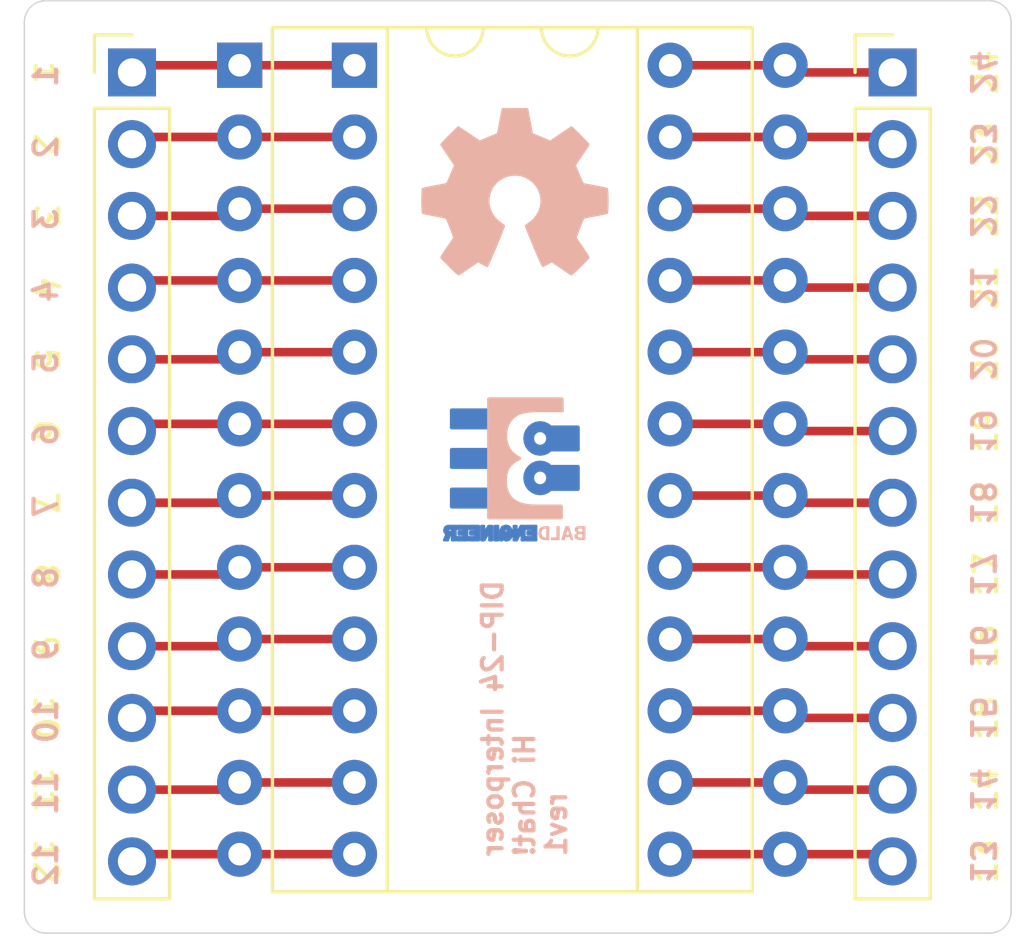
<source format=kicad_pcb>
(kicad_pcb (version 20221018) (generator pcbnew)
  (layers (0 "F.Cu" signal) (31 "B.Cu" signal) (34 "B.Paste" user) (35 "F.Paste" user) (36 "B.SilkS" user "B.Silkscreen") (37 "F.SilkS" user "F.Silkscreen") (38 "B.Mask" user) (39 "F.Mask" user) (44 "Edge.Cuts" user))
  (net 0 "")
  (net 1 "/Pin24")
  (net 2 "/Pin12")
  (net 3 "/Pin23")
  (net 4 "/Pin11")
  (net 5 "/Pin22")
  (net 6 "/Pin10")
  (net 7 "/Pin21")
  (net 8 "/Pin9")
  (net 9 "/Pin20")
  (net 10 "/Pin8")
  (net 11 "/Pin19")
  (net 12 "/Pin7")
  (net 13 "/Pin18")
  (net 14 "/Pin6")
  (net 15 "/Pin17")
  (net 16 "/Pin5")
  (net 17 "/Pin16")
  (net 18 "/Pin4")
  (net 19 "/Pin15")
  (net 20 "/Pin3")
  (net 21 "/Pin14")
  (net 22 "/Pin2")
  (net 23 "/Pin13")
  (net 24 "/Pin1")
  (footprint "Connector_PinHeader_2.54mm:PinHeader_1x12_P2.54mm_Vertical" (layer "F.Cu") (at 170.434 91.44)
    (fp_text reference "J4" hide)
    (fp_text value "Conn_01x12")
    (fp_line (start -1.33 -1.33) (end 0 -1.33) (stroke (width 0.12)) (layer "F.SilkS"))
    (fp_line (start -1.33 0) (end -1.33 -1.33) (stroke (width 0.12)) (layer "F.SilkS"))
    (fp_line (start -1.33 1.27) (end -1.33 29.27) (stroke (width 0.12)) (layer "F.SilkS"))
    (fp_line (start -1.33 1.27) (end 1.33 1.27) (stroke (width 0.12)) (layer "F.SilkS"))
    (fp_line (start -1.33 29.27) (end 1.33 29.27) (stroke (width 0.12)) (layer "F.SilkS"))
    (fp_line (start 1.33 1.27) (end 1.33 29.27) (stroke (width 0.12)) (layer "F.SilkS"))
    (pad "1" thru_hole rect (at 0 0) (size 1.7 1.7) (drill 1) (layers "*.Cu" "*.Mask") (net 1 "/Pin24"))
    (pad "2" thru_hole oval (at 0 2.54) (size 1.7 1.7) (drill 1) (layers "*.Cu" "*.Mask") (net 3 "/Pin23"))
    (pad "3" thru_hole oval (at 0 5.08) (size 1.7 1.7) (drill 1) (layers "*.Cu" "*.Mask") (net 5 "/Pin22"))
    (pad "4" thru_hole oval (at 0 7.62) (size 1.7 1.7) (drill 1) (layers "*.Cu" "*.Mask") (net 7 "/Pin21"))
    (pad "5" thru_hole oval (at 0 10.16) (size 1.7 1.7) (drill 1) (layers "*.Cu" "*.Mask") (net 9 "/Pin20"))
    (pad "6" thru_hole oval (at 0 12.7) (size 1.7 1.7) (drill 1) (layers "*.Cu" "*.Mask") (net 11 "/Pin19"))
    (pad "7" thru_hole oval (at 0 15.24) (size 1.7 1.7) (drill 1) (layers "*.Cu" "*.Mask") (net 13 "/Pin18"))
    (pad "8" thru_hole oval (at 0 17.78) (size 1.7 1.7) (drill 1) (layers "*.Cu" "*.Mask") (net 15 "/Pin17"))
    (pad "9" thru_hole oval (at 0 20.32) (size 1.7 1.7) (drill 1) (layers "*.Cu" "*.Mask") (net 17 "/Pin16"))
    (pad "10" thru_hole oval (at 0 22.86) (size 1.7 1.7) (drill 1) (layers "*.Cu" "*.Mask") (net 19 "/Pin15"))
    (pad "11" thru_hole oval (at 0 25.4) (size 1.7 1.7) (drill 1) (layers "*.Cu" "*.Mask") (net 21 "/Pin14"))
    (pad "12" thru_hole oval (at 0 27.94) (size 1.7 1.7) (drill 1) (layers "*.Cu" "*.Mask") (net 23 "/Pin13"))
  )
  (footprint "Connector_PinHeader_2.54mm:PinHeader_1x12_P2.54mm_Vertical" (layer "F.Cu") (at 143.51 91.44)
    (fp_text reference "J3" hide)
    (fp_text value "Conn_01x12")
    (fp_line (start -1.33 -1.33) (end 0 -1.33) (stroke (width 0.12)) (layer "F.SilkS"))
    (fp_line (start -1.33 0) (end -1.33 -1.33) (stroke (width 0.12)) (layer "F.SilkS"))
    (fp_line (start -1.33 1.27) (end -1.33 29.27) (stroke (width 0.12)) (layer "F.SilkS"))
    (fp_line (start -1.33 1.27) (end 1.33 1.27) (stroke (width 0.12)) (layer "F.SilkS"))
    (fp_line (start -1.33 29.27) (end 1.33 29.27) (stroke (width 0.12)) (layer "F.SilkS"))
    (fp_line (start 1.33 1.27) (end 1.33 29.27) (stroke (width 0.12)) (layer "F.SilkS"))
    (pad "1" thru_hole rect (at 0 0) (size 1.7 1.7) (drill 1) (layers "*.Cu" "*.Mask") (net 24 "/Pin1"))
    (pad "2" thru_hole oval (at 0 2.54) (size 1.7 1.7) (drill 1) (layers "*.Cu" "*.Mask") (net 22 "/Pin2"))
    (pad "3" thru_hole oval (at 0 5.08) (size 1.7 1.7) (drill 1) (layers "*.Cu" "*.Mask") (net 20 "/Pin3"))
    (pad "4" thru_hole oval (at 0 7.62) (size 1.7 1.7) (drill 1) (layers "*.Cu" "*.Mask") (net 18 "/Pin4"))
    (pad "5" thru_hole oval (at 0 10.16) (size 1.7 1.7) (drill 1) (layers "*.Cu" "*.Mask") (net 16 "/Pin5"))
    (pad "6" thru_hole oval (at 0 12.7) (size 1.7 1.7) (drill 1) (layers "*.Cu" "*.Mask") (net 14 "/Pin6"))
    (pad "7" thru_hole oval (at 0 15.24) (size 1.7 1.7) (drill 1) (layers "*.Cu" "*.Mask") (net 12 "/Pin7"))
    (pad "8" thru_hole oval (at 0 17.78) (size 1.7 1.7) (drill 1) (layers "*.Cu" "*.Mask") (net 10 "/Pin8"))
    (pad "9" thru_hole oval (at 0 20.32) (size 1.7 1.7) (drill 1) (layers "*.Cu" "*.Mask") (net 8 "/Pin9"))
    (pad "10" thru_hole oval (at 0 22.86) (size 1.7 1.7) (drill 1) (layers "*.Cu" "*.Mask") (net 6 "/Pin10"))
    (pad "11" thru_hole oval (at 0 25.4) (size 1.7 1.7) (drill 1) (layers "*.Cu" "*.Mask") (net 4 "/Pin11"))
    (pad "12" thru_hole oval (at 0 27.94) (size 1.7 1.7) (drill 1) (layers "*.Cu" "*.Mask") (net 2 "/Pin12"))
  )
  (footprint "Package_DIP:DIP-24_W15.24mm" (layer "F.Cu") (at 151.384 91.186)
    (fp_text reference "J2" hide)
    (fp_text value "ROM-Socket")
    (fp_line (start 1.16 -1.33) (end 1.16 29.27) (stroke (width 0.12)) (layer "F.SilkS"))
    (fp_line (start 1.16 29.27) (end 14.08 29.27) (stroke (width 0.12)) (layer "F.SilkS"))
    (fp_line (start 6.62 -1.33) (end 1.16 -1.33) (stroke (width 0.12)) (layer "F.SilkS"))
    (fp_line (start 14.08 -1.33) (end 8.62 -1.33) (stroke (width 0.12)) (layer "F.SilkS"))
    (fp_line (start 14.08 29.27) (end 14.08 -1.33) (stroke (width 0.12)) (layer "F.SilkS"))
    (fp_arc (start 8.62 -1.33) (mid 7.62 -0.33) (end 6.62 -1.33) (stroke (width 0.12)) (layer "F.SilkS"))
    (pad "1" thru_hole rect locked (at 0 0) (size 1.6 1.6) (drill 0.8) (layers "*.Cu" "*.Mask") (net 24 "/Pin1"))
    (pad "2" thru_hole oval locked (at 0 2.54) (size 1.6 1.6) (drill 0.8) (layers "*.Cu" "*.Mask") (net 22 "/Pin2"))
    (pad "3" thru_hole oval locked (at 0 5.08) (size 1.6 1.6) (drill 0.8) (layers "*.Cu" "*.Mask") (net 20 "/Pin3"))
    (pad "4" thru_hole oval locked (at 0 7.62) (size 1.6 1.6) (drill 0.8) (layers "*.Cu" "*.Mask") (net 18 "/Pin4"))
    (pad "5" thru_hole oval locked (at 0 10.16) (size 1.6 1.6) (drill 0.8) (layers "*.Cu" "*.Mask") (net 16 "/Pin5"))
    (pad "6" thru_hole oval locked (at 0 12.7) (size 1.6 1.6) (drill 0.8) (layers "*.Cu" "*.Mask") (net 14 "/Pin6"))
    (pad "7" thru_hole oval locked (at 0 15.24) (size 1.6 1.6) (drill 0.8) (layers "*.Cu" "*.Mask") (net 12 "/Pin7"))
    (pad "8" thru_hole oval locked (at 0 17.78) (size 1.6 1.6) (drill 0.8) (layers "*.Cu" "*.Mask") (net 10 "/Pin8"))
    (pad "9" thru_hole oval locked (at 0 20.32) (size 1.6 1.6) (drill 0.8) (layers "*.Cu" "*.Mask") (net 8 "/Pin9"))
    (pad "10" thru_hole oval locked (at 0 22.86) (size 1.6 1.6) (drill 0.8) (layers "*.Cu" "*.Mask") (net 6 "/Pin10"))
    (pad "11" thru_hole oval locked (at 0 25.4) (size 1.6 1.6) (drill 0.8) (layers "*.Cu" "*.Mask") (net 4 "/Pin11"))
    (pad "12" thru_hole oval locked (at 0 27.94) (size 1.6 1.6) (drill 0.8) (layers "*.Cu" "*.Mask") (net 2 "/Pin12"))
    (pad "13" thru_hole oval locked (at 15.24 27.94) (size 1.6 1.6) (drill 0.8) (layers "*.Cu" "*.Mask") (net 23 "/Pin13"))
    (pad "14" thru_hole oval locked (at 15.24 25.4) (size 1.6 1.6) (drill 0.8) (layers "*.Cu" "*.Mask") (net 21 "/Pin14"))
    (pad "15" thru_hole oval locked (at 15.24 22.86) (size 1.6 1.6) (drill 0.8) (layers "*.Cu" "*.Mask") (net 19 "/Pin15"))
    (pad "16" thru_hole oval locked (at 15.24 20.32) (size 1.6 1.6) (drill 0.8) (layers "*.Cu" "*.Mask") (net 17 "/Pin16"))
    (pad "17" thru_hole oval locked (at 15.24 17.78) (size 1.6 1.6) (drill 0.8) (layers "*.Cu" "*.Mask") (net 15 "/Pin17"))
    (pad "18" thru_hole oval locked (at 15.24 15.24) (size 1.6 1.6) (drill 0.8) (layers "*.Cu" "*.Mask") (net 13 "/Pin18"))
    (pad "19" thru_hole oval locked (at 15.24 12.7) (size 1.6 1.6) (drill 0.8) (layers "*.Cu" "*.Mask") (net 11 "/Pin19"))
    (pad "20" thru_hole oval locked (at 15.24 10.16) (size 1.6 1.6) (drill 0.8) (layers "*.Cu" "*.Mask") (net 9 "/Pin20"))
    (pad "21" thru_hole oval locked (at 15.24 7.62) (size 1.6 1.6) (drill 0.8) (layers "*.Cu" "*.Mask") (net 7 "/Pin21"))
    (pad "22" thru_hole oval locked (at 15.24 5.08) (size 1.6 1.6) (drill 0.8) (layers "*.Cu" "*.Mask") (net 5 "/Pin22"))
    (pad "23" thru_hole oval locked (at 15.24 2.54) (size 1.6 1.6) (drill 0.8) (layers "*.Cu" "*.Mask") (net 3 "/Pin23"))
    (pad "24" thru_hole oval locked (at 15.24 0) (size 1.6 1.6) (drill 0.8) (layers "*.Cu" "*.Mask") (net 1 "/Pin24"))
  )
  (footprint "Package_DIP:DIP-24_W15.24mm" (layer "F.Cu") (at 147.32 91.186)
    (fp_text reference "J1" hide)
    (fp_text value "IIe-Socket")
    (fp_line (start 1.16 -1.33) (end 1.16 29.27) (stroke (width 0.12)) (layer "F.SilkS"))
    (fp_line (start 1.16 29.27) (end 14.08 29.27) (stroke (width 0.12)) (layer "F.SilkS"))
    (fp_line (start 6.62 -1.33) (end 1.16 -1.33) (stroke (width 0.12)) (layer "F.SilkS"))
    (fp_line (start 14.08 -1.33) (end 8.62 -1.33) (stroke (width 0.12)) (layer "F.SilkS"))
    (fp_line (start 14.08 29.27) (end 14.08 -1.33) (stroke (width 0.12)) (layer "F.SilkS"))
    (fp_arc (start 8.62 -1.33) (mid 7.62 -0.33) (end 6.62 -1.33) (stroke (width 0.12)) (layer "F.SilkS"))
    (pad "1" thru_hole rect (at 0 0) (size 1.6 1.6) (drill 0.8) (layers "*.Cu" "*.Mask") (net 24 "/Pin1"))
    (pad "2" thru_hole oval (at 0 2.54) (size 1.6 1.6) (drill 0.8) (layers "*.Cu" "*.Mask") (net 22 "/Pin2"))
    (pad "3" thru_hole oval (at 0 5.08) (size 1.6 1.6) (drill 0.8) (layers "*.Cu" "*.Mask") (net 20 "/Pin3"))
    (pad "4" thru_hole oval (at 0 7.62) (size 1.6 1.6) (drill 0.8) (layers "*.Cu" "*.Mask") (net 18 "/Pin4"))
    (pad "5" thru_hole oval (at 0 10.16) (size 1.6 1.6) (drill 0.8) (layers "*.Cu" "*.Mask") (net 16 "/Pin5"))
    (pad "6" thru_hole oval (at 0 12.7) (size 1.6 1.6) (drill 0.8) (layers "*.Cu" "*.Mask") (net 14 "/Pin6"))
    (pad "7" thru_hole oval (at 0 15.24) (size 1.6 1.6) (drill 0.8) (layers "*.Cu" "*.Mask") (net 12 "/Pin7"))
    (pad "8" thru_hole oval (at 0 17.78) (size 1.6 1.6) (drill 0.8) (layers "*.Cu" "*.Mask") (net 10 "/Pin8"))
    (pad "9" thru_hole oval (at 0 20.32) (size 1.6 1.6) (drill 0.8) (layers "*.Cu" "*.Mask") (net 8 "/Pin9"))
    (pad "10" thru_hole oval (at 0 22.86) (size 1.6 1.6) (drill 0.8) (layers "*.Cu" "*.Mask") (net 6 "/Pin10"))
    (pad "11" thru_hole oval (at 0 25.4) (size 1.6 1.6) (drill 0.8) (layers "*.Cu" "*.Mask") (net 4 "/Pin11"))
    (pad "12" thru_hole oval (at 0 27.94) (size 1.6 1.6) (drill 0.8) (layers "*.Cu" "*.Mask") (net 2 "/Pin12"))
    (pad "13" thru_hole oval (at 15.24 27.94) (size 1.6 1.6) (drill 0.8) (layers "*.Cu" "*.Mask") (net 23 "/Pin13"))
    (pad "14" thru_hole oval (at 15.24 25.4) (size 1.6 1.6) (drill 0.8) (layers "*.Cu" "*.Mask") (net 21 "/Pin14"))
    (pad "15" thru_hole oval (at 15.24 22.86) (size 1.6 1.6) (drill 0.8) (layers "*.Cu" "*.Mask") (net 19 "/Pin15"))
    (pad "16" thru_hole oval (at 15.24 20.32) (size 1.6 1.6) (drill 0.8) (layers "*.Cu" "*.Mask") (net 17 "/Pin16"))
    (pad "17" thru_hole oval (at 15.24 17.78) (size 1.6 1.6) (drill 0.8) (layers "*.Cu" "*.Mask") (net 15 "/Pin17"))
    (pad "18" thru_hole oval (at 15.24 15.24) (size 1.6 1.6) (drill 0.8) (layers "*.Cu" "*.Mask") (net 13 "/Pin18"))
    (pad "19" thru_hole oval (at 15.24 12.7) (size 1.6 1.6) (drill 0.8) (layers "*.Cu" "*.Mask") (net 11 "/Pin19"))
    (pad "20" thru_hole oval (at 15.24 10.16) (size 1.6 1.6) (drill 0.8) (layers "*.Cu" "*.Mask") (net 9 "/Pin20"))
    (pad "21" thru_hole oval (at 15.24 7.62) (size 1.6 1.6) (drill 0.8) (layers "*.Cu" "*.Mask") (net 7 "/Pin21"))
    (pad "22" thru_hole oval (at 15.24 5.08) (size 1.6 1.6) (drill 0.8) (layers "*.Cu" "*.Mask") (net 5 "/Pin22"))
    (pad "23" thru_hole oval (at 15.24 2.54) (size 1.6 1.6) (drill 0.8) (layers "*.Cu" "*.Mask") (net 3 "/Pin23"))
    (pad "24" thru_hole oval (at 15.24 0) (size 1.6 1.6) (drill 0.8) (layers "*.Cu" "*.Mask") (net 1 "/Pin24"))
  )
  (footprint "My Libraries:BE5v2" (layer "B.Cu") (at 159.561476 103.011024 180)
    (fp_text reference "svg2mod" hide)
    (fp_text value "G***" hide)
    (fp_poly (pts (xy 3.21125 -4.495235) (xy 3.21125 -4.993561) (xy 3.09875 -4.993561) (xy 3.09875 -4.495235) (xy 3.21125 -4.495235)) (stroke (width 0.095901)) (fill solid) (layer "B.Cu"))
    (fp_poly (pts (xy 3.415 -3.19727) (xy 4.7325 -3.19727) (xy 4.7325 -3.80891) (xy 3.415 -3.80891) (xy 3.415 -3.19727)) (stroke (width 0.134262)) (fill solid) (layer "B.Cu"))
    (fp_poly (pts (xy 3.415 -1.793716) (xy 4.7325 -1.793716) (xy 4.7325 -2.405357) (xy 3.415 -2.405357) (xy 3.415 -1.793716)) (stroke (width 0.134262)) (fill solid) (layer "B.Cu"))
    (fp_poly (pts (xy 3.415 -0.394025) (xy 4.7325 -0.394025) (xy 4.7325 -1.005666) (xy 3.415 -1.005666) (xy 3.415 -0.394025)) (stroke (width 0.134262)) (fill solid) (layer "B.Cu"))
    (fp_poly (pts (xy 2.095 -4.589235) (xy 1.865 -4.589235) (xy 1.865 -4.69096) (xy 2.04625 -4.69096) (xy 2.04625 -4.78496) (xy 1.865 -4.78496) (xy 1.865 -4.893123) (xy 2.095 -4.893123) (xy 2.095 -4.992274) (xy 1.75 -4.992274) (xy 1.75 -4.493948) (xy 2.095 -4.493948) (xy 2.095 -4.589235)) (stroke (width 0.095901)) (fill solid) (layer "B.Cu"))
    (fp_poly (pts (xy 4.12375 -4.589235) (xy 3.89375 -4.589235) (xy 3.89375 -4.69096) (xy 4.075 -4.69096) (xy 4.075 -4.78496) (xy 3.89375 -4.78496) (xy 3.89375 -4.893123) (xy 4.12375 -4.893123) (xy 4.12375 -4.992274) (xy 3.77875 -4.992274) (xy 3.77875 -4.493948) (xy 4.12375 -4.493948) (xy 4.12375 -4.589235)) (stroke (width 0.095901)) (fill solid) (layer "B.Cu"))
    (fp_poly (pts (xy 4.5375 -4.589235) (xy 4.3075 -4.589235) (xy 4.3075 -4.69096) (xy 4.4875 -4.69096) (xy 4.4875 -4.78496) (xy 4.30625 -4.78496) (xy 4.30625 -4.893123) (xy 4.5375 -4.893123) (xy 4.5375 -4.992274) (xy 4.1925 -4.992274) (xy 4.1925 -4.493948) (xy 4.5375 -4.493948) (xy 4.5375 -4.589235)) (stroke (width 0.095901)) (fill solid) (layer "B.Cu"))
    (fp_poly (pts (xy 2.535 -4.495235) (xy 2.535 -4.993561) (xy 2.43875 -4.993561) (xy 2.25 -4.656193) (xy 2.251243 -4.672933) (xy 2.252487 -4.694823) (xy 2.252487 -4.993561) (xy 2.163737 -4.993561) (xy 2.163737 -4.495235) (xy 2.286237 -4.495235) (xy 2.451237 -4.788823) (xy 2.448737 -4.755343) (xy 2.448737 -4.495235) (xy 2.535 -4.495235)) (stroke (width 0.095901)) (fill solid) (layer "B.Cu"))
    (fp_poly (pts (xy 3.68125 -4.495235) (xy 3.68125 -4.993561) (xy 3.585 -4.993561) (xy 3.39625 -4.657481) (xy 3.397493 -4.674221) (xy 3.398737 -4.696111) (xy 3.398737 -4.994849) (xy 3.309987 -4.994849) (xy 3.309987 -4.496523) (xy 3.432487 -4.496523) (xy 3.597487 -4.79011) (xy 3.594987 -4.756631) (xy 3.594987 -4.496523) (xy 3.681237 -4.496523) (xy 3.68125 -4.495235)) (stroke (width 0.095901)) (fill solid) (layer "B.Cu"))
    (fp_poly (pts (xy 4.71875 -4.795261) (xy 4.71875 -4.711563) (xy 4.78875 -4.711563) (xy 4.83875 -4.706413) (xy 4.86625 -4.684522) (xy 4.87875 -4.645892) (xy 4.86625 -4.60855) (xy 4.84 -4.587948) (xy 4.78625 -4.584085) (xy 4.71875 -4.584084) (xy 4.71875 -4.711563) (xy 4.71875 -4.795261) (xy 4.71875 -4.992274) (xy 4.605 -4.992274) (xy 4.605 -4.493948) (xy 4.8175 -4.493948) (xy 4.9125 -4.508112) (xy 4.97125 -4.559618) (xy 4.995 -4.643317) (xy 4.974219 -4.720255) (xy 4.91125 -4.772083) (xy 5 -4.992274) (xy 4.875 -4.992274) (xy 4.80125 -4.795261) (xy 4.71875 -4.795261)) (stroke (width 0.095901)) (fill solid) (layer "B.Cu"))
    (fp_poly (pts (xy 3.01 -4.727015) (xy 3.01 -4.993561) (xy 2.95875 -4.993561) (xy 2.9425 -4.935616) (xy 2.81 -5) (xy 2.725937 -4.982616) (xy 2.6625 -4.930466) (xy 2.623125 -4.85047) (xy 2.61 -4.750193) (xy 2.624062 -4.642673) (xy 2.66625 -4.558331) (xy 2.732656 -4.50441) (xy 2.81875 -4.486222) (xy 2.94875 -4.532577) (xy 3.00875 -4.657481) (xy 2.90125 -4.671645) (xy 2.8175 -4.581509) (xy 2.7475 -4.624002) (xy 2.72375 -4.74633) (xy 2.74875 -4.863507) (xy 2.82125 -4.903425) (xy 2.875 -4.882822) (xy 2.89875 -4.817151) (xy 2.8075 -4.817151) (xy 2.8075 -4.724439) (xy 3.01 -4.724439) (xy 3.01 -4.727015)) (stroke (width 0.095901)) (fill solid) (layer "B.Cu"))
    (fp_poly (pts (xy 1.605 -2.241823) (xy 1.343613 -2.674961) (xy 1.404531 -2.582088) (xy 1.494746 -2.519637) (xy 1.605 -2.496781) (xy 1.715781 -2.519818) (xy 1.805937 -2.582571) (xy 1.866562 -2.675505) (xy 1.88875 -2.78908) (xy 1.866562 -2.903401) (xy 1.805937 -2.996716) (xy 1.715781 -3.059611) (xy 1.605 -3.082668) (xy 1.494219 -3.059611) (xy 1.404062 -2.996716) (xy 1.343437 -2.903401) (xy 1.32125 -2.78908) (xy 1.343613 -2.674961) (xy 1.605 -2.241823) (xy 1.466898 -2.260661) (xy 1.342685 -2.313551) (xy 1.23625 -2.395055) (xy 0.26875 -2.395055) (xy 0.26875 -3.183106) (xy 1.23625 -3.183106) (xy 1.34213 -3.265182) (xy 1.46662 -3.317786) (xy 1.605 -3.336338) (xy 1.746348 -3.316814) (xy 1.873287 -3.261701) (xy 1.980781 -3.176185) (xy 2.063796 -3.065451) (xy 2.117297 -2.934688) (xy 2.13625 -2.78908) (xy 2.117297 -2.643473) (xy 2.063796 -2.51271) (xy 1.980781 -2.401976) (xy 1.873287 -2.31646) (xy 1.746348 -2.261347) (xy 1.605 -2.241823)) (stroke (width 0.134262)) (fill solid) (layer "B.Cu"))
    (fp_poly (pts (xy 1.605 -0.844708) (xy 1.343613 -1.277644) (xy 1.404531 -1.184329) (xy 1.494746 -1.121435) (xy 1.605 -1.098377) (xy 1.715781 -1.121435) (xy 1.805937 -1.184329) (xy 1.866562 -1.277644) (xy 1.88875 -1.391965) (xy 1.866562 -1.505541) (xy 1.805937 -1.598474) (xy 1.715781 -1.661228) (xy 1.605 -1.684265) (xy 1.494219 -1.661228) (xy 1.404062 -1.598474) (xy 1.343437 -1.505541) (xy 1.32125 -1.391965) (xy 1.343613 -1.277644) (xy 1.605 -0.844708) (xy 1.466898 -0.863546) (xy 1.342685 -0.916435) (xy 1.23625 -0.99794) (xy 0.26875 -0.99794) (xy 0.26875 -1.78599) (xy 1.23625 -1.78599) (xy 1.34213 -1.868067) (xy 1.46662 -1.92067) (xy 1.605 -1.939222) (xy 1.746348 -1.919699) (xy 1.873287 -1.864585) (xy 1.980781 -1.779069) (xy 2.063796 -1.668336) (xy 2.117297 -1.537572) (xy 2.13625 -1.391965) (xy 2.117297 -1.246358) (xy 2.063796 -1.115594) (xy 1.980781 -1.004861) (xy 1.873287 -0.919344) (xy 1.746348 -0.864231) (xy 1.605 -0.844708)) (stroke (width 0.134262)) (fill solid) (layer "B.Cu"))
    (fp_poly (pts (xy 1.02875 -4.894412) (xy 1.22125 -4.894412) (xy 1.22125 -4.993562) (xy 0.91375 -4.993562) (xy 0.91375 -4.495236) (xy 1.02875 -4.495236) (xy 1.02875 -4.894412)) (fill solid) (layer "B.SilkS"))
    (fp_poly (pts (xy 0.71 -4.495236) (xy 0.68375 -4.799125) (xy 0.6325 -4.624003) (xy 0.58125 -4.799125) (xy 0.68375 -4.799125) (xy 0.71 -4.495236) (xy 0.86125 -4.993562) (xy 0.74 -4.993562) (xy 0.71 -4.890549) (xy 0.55375 -4.890549) (xy 0.52375 -4.993562) (xy 0.425 -4.993562) (xy 0.58 -4.495236) (xy 0.71 -4.495236)) (fill solid) (layer "B.SilkS"))
    (fp_poly (pts (xy 1.27875 -4.495236) (xy 1.39 -4.58666) (xy 1.39 -4.899563) (xy 1.43625 -4.899563) (xy 1.52875 -4.851919) (xy 1.55875 -4.739893) (xy 1.54125 -4.656194) (xy 1.49875 -4.602112) (xy 1.4375 -4.58666) (xy 1.39 -4.58666) (xy 1.27875 -4.495236) (xy 1.42625 -4.495236) (xy 1.56125 -4.52099) (xy 1.64 -4.602112) (xy 1.675 -4.742468) (xy 1.659844 -4.840652) (xy 1.61375 -4.921453) (xy 1.540625 -4.975374) (xy 1.445 -4.993562) (xy 1.27875 -4.993562) (xy 1.27875 -4.495236)) (fill solid) (layer "B.SilkS"))
    (fp_poly (pts (xy 0 -4.495236) (xy 0.1125 -4.582797) (xy 0.1125 -4.692249) (xy 0.19875 -4.692249) (xy 0.25875 -4.672934) (xy 0.27125 -4.635592) (xy 0.26125 -4.6034) (xy 0.23875 -4.58666) (xy 0.19125 -4.582797) (xy 0.1125 -4.582797) (xy 0 -4.495236) (xy 0.1125 -4.781098) (xy 0.1125 -4.900851) (xy 0.2 -4.900851) (xy 0.2625 -4.885399) (xy 0.28125 -4.84033) (xy 0.26375 -4.799125) (xy 0.205 -4.781098) (xy 0.1125 -4.781098) (xy 0 -4.495236) (xy 0.225 -4.495236) (xy 0.31625 -4.510688) (xy 0.36625 -4.554469) (xy 0.38625 -4.624003) (xy 0.364531 -4.692893) (xy 0.29875 -4.734742) (xy 0.37375 -4.781098) (xy 0.39875 -4.85707) (xy 0.3575 -4.953645) (xy 0.22375 -4.99485) (xy 0 -4.99485) (xy 0 -4.495236)) (fill solid) (layer "B.SilkS"))
    (fp_poly (pts (xy 2.57875 -3.573269) (xy 2.480422 -3.642272) (xy 2.365463 -3.698649) (xy 2.233906 -3.742436) (xy 2.085787 -3.773667) (xy 1.92114 -3.79238) (xy 1.74 -3.79861) (xy 0.8675 -3.79861) (xy 0.8675 -4.192635) (xy 3.415 -4.192635) (xy 3.415 0) (xy 0.8375 0) (xy 0.8375 -0.394025) (xy 1.61875 -0.394025) (xy 1.772285 -0.39642) (xy 1.910468 -0.403522) (xy 2.033418 -0.415211) (xy 2.14125 -0.431368) (xy 2.267176 -0.460936) (xy 2.375324 -0.50052) (xy 2.46625 -0.549833) (xy 2.577916 -0.636154) (xy 2.670416 -0.738213) (xy 2.74375 -0.856297) (xy 2.796713 -0.986828) (xy 2.828287 -1.128805) (xy 2.83875 -1.282514) (xy 2.831269 -1.419348) (xy 2.808906 -1.54568) (xy 2.771777 -1.661147) (xy 2.72 -1.765388) (xy 2.652285 -1.860755) (xy 2.567343 -1.947914) (xy 2.465293 -2.026864) (xy 2.34625 -2.097605) (xy 2.46625 -2.158246) (xy 2.569375 -2.228303) (xy 2.655625 -2.308018) (xy 2.725 -2.397631) (xy 2.778418 -2.498109) (xy 2.816718 -2.610418) (xy 2.839785 -2.734798) (xy 2.8475 -2.871492) (xy 2.840526 -3.023001) (xy 2.818379 -3.160739) (xy 2.781093 -3.284671) (xy 2.728703 -3.39476) (xy 2.661244 -3.490971) (xy 2.57875 -3.573269)) (stroke (width 0.134262)) (fill solid) (layer "B.SilkS"))
  )
  (footprint "Symbol:OSHW-Symbol_6.7x6mm_SilkScreen" (layer "B.Cu") (at 157.0736 95.6818 180)
    (fp_text reference "REF**" hide)
    (fp_text value "OSHW-Symbol_6.7x6mm_SilkScreen" hide)
    (fp_poly (pts (xy 0.555814 2.531069) (xy 0.639635 2.086445) (xy 0.94892 1.958947) (xy 1.258206 1.831449) (xy 1.629246 2.083754) (xy 1.733157 2.154004) (xy 1.827087 2.216728) (xy 1.906652 2.269062) (xy 1.96747 2.308143) (xy 2.005157 2.331107) (xy 2.015421 2.336058) (xy 2.03391 2.323324) (xy 2.07342 2.288118) (xy 2.129522 2.234938) (xy 2.197787 2.168282) (xy 2.273786 2.092646) (xy 2.353092 2.012528) (xy 2.431275 1.932426) (xy 2.503907 1.856836) (xy 2.566559 1.790255) (xy 2.614803 1.737182) (xy 2.64421 1.702113) (xy 2.651241 1.690377) (xy 2.641123 1.66874) (xy 2.612759 1.621338) (xy 2.569129 1.552807) (xy 2.513218 1.467785) (xy 2.448006 1.370907) (xy 2.410219 1.31565) (xy 2.341343 1.214752) (xy 2.28014 1.123701) (xy 2.229578 1.04703) (xy 2.192628 0.989272) (xy 2.172258 0.954957) (xy 2.169197 0.947746) (xy 2.176136 0.927252) (xy 2.195051 0.879487) (xy 2.223087 0.811168) (xy 2.257391 0.729011) (xy 2.295109 0.63973) (xy 2.333387 0.550042) (xy 2.36937 0.466662) (xy 2.400206 0.396306) (xy 2.423039 0.34569) (xy 2.435017 0.321529) (xy 2.435724 0.320578) (xy 2.454531 0.315964) (xy 2.504618 0.305672) (xy 2.580793 0.290713) (xy 2.677865 0.272099) (xy 2.790643 0.250841) (xy 2.856442 0.238582) (xy 2.97695 0.215638) (xy 3.085797 0.193805) (xy 3.177476 0.174278) (xy 3.246481 0.158252) (xy 3.287304 0.146921) (xy 3.295511 0.143326) (xy 3.303548 0.118994) (xy 3.310033 0.064041) (xy 3.31497 -0.015108) (xy 3.318364 -0.112026) (xy 3.320218 -0.220287) (xy 3.320538 -0.333465) (xy 3.319327 -0.445135) (xy 3.31659 -0.548868) (xy 3.312331 -0.638241) (xy 3.306555 -0.706826) (xy 3.299267 -0.748197) (xy 3.294895 -0.75681) (xy 3.268764 -0.767133) (xy 3.213393 -0.781892) (xy 3.136107 -0.799352) (xy 3.04423 -0.81778) (xy 3.012158 -0.823741) (xy 2.857524 -0.852066) (xy 2.735375 -0.874876) (xy 2.641673 -0.89308) (xy 2.572384 -0.907583) (xy 2.523471 -0.919292) (xy 2.490897 -0.929115) (xy 2.470628 -0.937956) (xy 2.458626 -0.946724) (xy 2.456947 -0.948457) (xy 2.440184 -0.976371) (xy 2.414614 -1.030695) (xy 2.382788 -1.104777) (xy 2.34726 -1.191965) (xy 2.310583 -1.285608) (xy 2.275311 -1.379052) (xy 2.243996 -1.465647) (xy 2.219193 -1.53874) (xy 2.203454 -1.591678) (xy 2.199332 -1.617811) (xy 2.199676 -1.618726) (xy 2.213641 -1.640086) (xy 2.245322 -1.687084) (xy 2.291391 -1.754827) (xy 2.348518 -1.838423) (xy 2.413373 -1.932982) (xy 2.431843 -1.959854) (xy 2.497699 -2.057275) (xy 2.55565 -2.146163) (xy 2.602538 -2.221412) (xy 2.635207 -2.27792) (xy 2.6505 -2.310581) (xy 2.651241 -2.314593) (xy 2.638392 -2.335684) (xy 2.602888 -2.377464) (xy 2.549293 -2.435445) (xy 2.482171 -2.505135) (xy 2.406087 -2.582045) (xy 2.325604 -2.661683) (xy 2.245287 -2.739561) (xy 2.169699 -2.811186) (xy 2.103405 -2.87207) (xy 2.050969 -2.917721) (xy 2.016955 -2.94365) (xy 2.007545 -2.947883) (xy 1.985643 -2.937912) (xy 1.9408 -2.91102) (xy 1.880321 -2.871736) (xy 1.833789 -2.840117) (xy 1.749475 -2.782098) (xy 1.649626 -2.713784) (xy 1.549473 -2.645579) (xy 1.495627 -2.609075) (xy 1.313371 -2.4858) (xy 1.160381 -2.56852) (xy 1.090682 -2.604759) (xy 1.031414 -2.632926) (xy 0.991311 -2.648991) (xy 0.981103 -2.651226) (xy 0.968829 -2.634722) (xy 0.944613 -2.588082) (xy 0.910263 -2.515609) (xy 0.867588 -2.421606) (xy 0.818394 -2.310374) (xy 0.76449 -2.186215) (xy 0.707684 -2.053432) (xy 0.649782 -1.916327) (xy 0.592593 -1.779202) (xy 0.537924 -1.646358) (xy 0.487584 -1.522098) (xy 0.44338 -1.410725) (xy 0.407119 -1.316539) (xy 0.380609 -1.243844) (xy 0.365658 -1.196941) (xy 0.363254 -1.180833) (xy 0.382311 -1.160286) (xy 0.424036 -1.126933) (xy 0.479706 -1.087702) (xy 0.484378 -1.084599) (xy 0.628264 -0.969423) (xy 0.744283 -0.835053) (xy 0.83143 -0.685784) (xy 0.888699 -0.525913) (xy 0.915086 -0.359737) (xy 0.909585 -0.191552) (xy 0.87119 -0.025655) (xy 0.798895 0.133658) (xy 0.777626 0.168513) (xy 0.666996 0.309263) (xy 0.536302 0.422286) (xy 0.390064 0.506997) (xy 0.232808 0.562806) (xy 0.069057 0.589126) (xy -0.096667 0.58537) (xy -0.259838 0.55095) (xy -0.415935 0.485277) (xy -0.560433 0.387765) (xy -0.605131 0.348187) (xy -0.718888 0.224297) (xy -0.801782 0.093876) (xy -0.858644 -0.052315) (xy -0.890313 -0.197088) (xy -0.898131 -0.35986) (xy -0.872062 -0.52344) (xy -0.814755 -0.682298) (xy -0.728856 -0.830906) (xy -0.617014 -0.963735) (xy -0.481877 -1.075256) (xy -0.464117 -1.087011) (xy -0.40785 -1.125508) (xy -0.365077 -1.158863) (xy -0.344628 -1.18016) (xy -0.344331 -1.180833) (xy -0.348721 -1.203871) (xy -0.366124 -1.256157) (xy -0.394732 -1.33339) (xy -0.432735 -1.431268) (xy -0.478326 -1.545491) (xy -0.529697 -1.671758) (xy -0.585038 -1.805767) (xy -0.642542 -1.943218) (xy -0.700399 -2.079808) (xy -0.756802 -2.211237) (xy -0.809942 -2.333205) (xy -0.85801 -2.441409) (xy -0.899199 -2.531549) (xy -0.931699 -2.599323) (xy -0.953703 -2.64043) (xy -0.962564 -2.651226) (xy -0.98964 -2.642819) (xy -1.040303 -2.620272) (xy -1.105817 -2.587613) (xy -1.141841 -2.56852) (xy -1.294832 -2.4858) (xy -1.477088 -2.609075) (xy -1.570125 -2.672228) (xy -1.671985 -2.741727) (xy -1.767438 -2.807165) (xy -1.81525 -2.840117) (xy -1.882495 -2.885273) (xy -1.939436 -2.921057) (xy -1.978646 -2.942938) (xy -1.991381 -2.947563) (xy -2.009917 -2.935085) (xy -2.050941 -2.900252) (xy -2.110475 -2.846678) (xy -2.184542 -2.777983) (xy -2.269165 -2.697781) (xy -2.322685 -2.646286) (xy -2.416319 -2.554286) (xy -2.497241 -2.471999) (xy -2.562177 -2.402945) (xy -2.607858 -2.350644) (xy -2.631011 -2.318616) (xy -2.633232 -2.312116) (xy -2.622924 -2.287394) (xy -2.594439 -2.237405) (xy -2.550937 -2.167212) (xy -2.495577 -2.081875) (xy -2.43152 -1.986456) (xy -2.413303 -1.959854) (xy -2.346927 -1.863167) (xy -2.287378 -1.776117) (xy -2.237984 -1.703595) (xy -2.202075 -1.650493) (xy -2.182981 -1.621703) (xy -2.181136 -1.618726) (xy -2.183895 -1.595782) (xy -2.198538 -1.545336) (xy -2.222513 -1.474041) (xy -2.253266 -1.388547) (xy -2.288244 -1.295507) (xy -2.324893 -1.201574) (xy -2.360661 -1.113399) (xy -2.392994 -1.037634) (xy -2.419338 -0.980931) (xy -2.437142 -0.949943) (xy -2.438407 -0.948457) (xy -2.449294 -0.939601) (xy -2.467682 -0.930843) (xy -2.497606 -0.921277) (xy -2.543103 -0.909996) (xy -2.608209 -0.896093) (xy -2.696961 -0.878663) (xy -2.813393 -0.856798) (xy -2.961542 -0.829591) (xy -2.993618 -0.823741) (xy -3.088686 -0.805374) (xy -3.171565 -0.787405) (xy -3.23493 -0.771569) (xy -3.271458 -0.7596) (xy -3.276356 -0.75681) (xy -3.284427 -0.732072) (xy -3.290987 -0.67679) (xy -3.296033 -0.597389) (xy -3.299559 -0.500296) (xy -3.301561 -0.391938) (xy -3.302036 -0.27874) (xy -3.300977 -0.167128) (xy -3.298382 -0.063529) (xy -3.294246 0.025632) (xy -3.288563 0.093928) (xy -3.281331 0.134934) (xy -3.276971 0.143326) (xy -3.252698 0.151792) (xy -3.197426 0.165565) (xy -3.116662 0.18345) (xy -3.015912 0.204252) (xy -2.900683 0.226777) (xy -2.837902 0.238582) (xy -2.718787 0.260849) (xy -2.612565 0.281021) (xy -2.524427 0.298085) (xy -2.459566 0.311031) (xy -2.423174 0.318845) (xy -2.417184 0.320578) (xy -2.407061 0.34011) (xy -2.385662 0.387157) (xy -2.355839 0.454997) (xy -2.320445 0.536909) (xy -2.282332 0.626172) (xy -2.244353 0.716065) (xy -2.20936 0.799865) (xy -2.180206 0.870853) (xy -2.159743 0.922306) (xy -2.150823 0.947503) (xy -2.150657 0.948604) (xy -2.160769 0.968481) (xy -2.189117 1.014223) (xy -2.232723 1.081283) (xy -2.288606 1.165116) (xy -2.353787 1.261174) (xy -2.391679 1.31635) (xy -2.460725 1.417519) (xy -2.52205 1.50937) (xy -2.572663 1.587256) (xy -2.609571 1.646531) (xy -2.629782 1.682549) (xy -2.632701 1.690623) (xy -2.620153 1.709416) (xy -2.585463 1.749543) (xy -2.533063 1.806507) (xy -2.467384 1.875815) (xy -2.392856 1.952969) (xy -2.313913 2.033475) (xy -2.234983 2.112837) (xy -2.1605 2.18656) (xy -2.094894 2.250148) (xy -2.042596 2.299106) (xy -2.008039 2.328939) (xy -1.996478 2.336058) (xy -1.977654 2.326047) (xy -1.932631 2.297922) (xy -1.865787 2.254546) (xy -1.781499 2.198782) (xy -1.684144 2.133494) (xy -1.610707 2.083754) (xy -1.239667 1.831449) (xy -0.621095 2.086445) (xy -0.537275 2.531069) (xy -0.453454 2.975693) (xy 0.471994 2.975693) (xy 0.555814 2.531069)) (stroke (width 0.01)) (fill solid) (layer "B.SilkS"))
  )
  (gr_line (start 173.863 121.92) (end 140.462 121.92) (stroke (width 0.05)) (layer "Edge.Cuts"))
  (gr_line (start 174.625 89.662) (end 174.625 121.158) (stroke (width 0.05)) (layer "Edge.Cuts"))
  (gr_arc (start 173.863 88.9) (mid 174.401815 89.123185) (end 174.625 89.662) (stroke (width 0.05)) (layer "Edge.Cuts"))
  (gr_line (start 140.462 88.9) (end 173.863 88.9) (stroke (width 0.05)) (layer "Edge.Cuts"))
  (gr_line (start 139.7 121.158) (end 139.7 89.662) (stroke (width 0.05)) (layer "Edge.Cuts"))
  (gr_arc (start 139.7 89.662) (mid 139.923185 89.123185) (end 140.462 88.9) (stroke (width 0.05)) (layer "Edge.Cuts"))
  (gr_arc (start 174.625 121.158) (mid 174.401815 121.696815) (end 173.863 121.92) (stroke (width 0.05)) (layer "Edge.Cuts"))
  (gr_arc (start 140.462 121.92) (mid 139.923185 121.696815) (end 139.7 121.158) (stroke (width 0.05)) (layer "Edge.Cuts"))
  (gr_text "12" (at 140.462 119.507 90) (layer "B.SilkS") (effects (font (size 0.8 0.8)) (justify mirror)))
  (gr_text "9" (at 140.462 111.887 90) (layer "B.SilkS") (effects (font (size 0.8 0.8)) (justify mirror)))
  (gr_text "10" (at 140.462 114.427 90) (layer "B.SilkS") (effects (font (size 0.8 0.8)) (justify mirror)))
  (gr_text "11" (at 140.462 116.967 90) (layer "B.SilkS") (effects (font (size 0.8 0.8)) (justify mirror)))
  (gr_text "13" (at 173.609 119.38 270) (layer "B.SilkS") (effects (font (size 0.8 0.8)) (justify mirror)))
  (gr_text "14" (at 173.609 116.84 270) (layer "B.SilkS") (effects (font (size 0.8 0.8)) (justify mirror)))
  (gr_text "21" (at 173.609 99.06 270) (layer "B.SilkS") (effects (font (size 0.8 0.8)) (justify mirror)))
  (gr_text "18" (at 173.609 106.68 270) (layer "B.SilkS") (effects (font (size 0.8 0.8)) (justify mirror)))
  (gr_text "23" (at 173.609 93.98 270) (layer "B.SilkS") (effects (font (size 0.8 0.8)) (justify mirror)))
  (gr_text "16" (at 173.609 111.76 270) (layer "B.SilkS") (effects (font (size 0.8 0.8)) (justify mirror)))
  (gr_text "20" (at 173.609 101.6 270) (layer "B.SilkS") (effects (font (size 0.8 0.8)) (justify mirror)))
  (gr_text "19" (at 173.609 104.14 270) (layer "B.SilkS") (effects (font (size 0.8 0.8)) (justify mirror)))
  (gr_text "24" (at 173.609 91.44 270) (layer "B.SilkS") (effects (font (size 0.8 0.8)) (justify mirror)))
  (gr_text "17" (at 173.609 109.22 270) (layer "B.SilkS") (effects (font (size 0.8 0.8)) (justify mirror)))
  (gr_text "15" (at 173.609 114.3 270) (layer "B.SilkS") (effects (font (size 0.8 0.8)) (justify mirror)))
  (gr_text "22" (at 173.609 96.52 270) (layer "B.SilkS") (effects (font (size 0.8 0.8)) (justify mirror)))
  (gr_text "8" (at 140.462 109.347 90) (layer "B.SilkS") (effects (font (size 0.8 0.8)) (justify mirror)))
  (gr_text "1" (at 140.462 91.567 90) (layer "B.SilkS") (effects (font (size 0.8 0.8)) (justify mirror)))
  (gr_text "2" (at 140.462 94.107 90) (layer "B.SilkS") (effects (font (size 0.8 0.8)) (justify mirror)))
  (gr_text "3" (at 140.462 96.647 90) (layer "B.SilkS") (effects (font (size 0.8 0.8)) (justify mirror)))
  (gr_text "7" (at 140.462 106.807 90) (layer "B.SilkS") (effects (font (size 0.8 0.8)) (justify mirror)))
  (gr_text "5" (at 140.462 101.727 90) (layer "B.SilkS") (effects (font (size 0.8 0.8)) (justify mirror)))
  (gr_text "4" (at 140.462 99.187 90) (layer "B.SilkS") (effects (font (size 0.8 0.8)) (justify mirror)))
  (gr_text "6" (at 140.462 104.267 90) (layer "B.SilkS") (effects (font (size 0.8 0.8)) (justify mirror)))
  (gr_text "DIP-24 Interposer\nHi Chat!\nrev1" (at 157.4038 119.2784 90) (layer "B.SilkS") (effects (font (size 0.7 0.7)) (justify right mirror)))
  (gr_text "13" (at 173.736 119.38 90) (layer "F.SilkS") (effects (font (size 0.8 0.8))))
  (gr_text "24" (at 173.736 91.44 90) (layer "F.SilkS") (effects (font (size 0.8 0.8))))
  (gr_text "8" (at 140.462 109.22 -90) (layer "F.SilkS") (effects (font (size 0.8 0.8))))
  (gr_text "4" (at 140.462 99.06 -90) (layer "F.SilkS") (effects (font (size 0.8 0.8))))
  (gr_text "6" (at 140.462 104.14 -90) (layer "F.SilkS") (effects (font (size 0.8 0.8))))
  (gr_text "2" (at 140.462 93.98 -90) (layer "F.SilkS") (effects (font (size 0.8 0.8))))
  (gr_text "7" (at 140.462 106.68 -90) (layer "F.SilkS") (effects (font (size 0.8 0.8))))
  (gr_text "5" (at 140.462 101.6 -90) (layer "F.SilkS") (effects (font (size 0.8 0.8))))
  (gr_text "3" (at 140.462 96.52 -90) (layer "F.SilkS") (effects (font (size 0.8 0.8))))
  (gr_text "1" (at 140.462 91.44 270) (layer "F.SilkS") (effects (font (size 0.8 0.8))))
  (gr_text "15" (at 173.736 114.3 90) (layer "F.SilkS") (effects (font (size 0.8 0.8))))
  (gr_text "22" (at 173.736 96.52 90) (layer "F.SilkS") (effects (font (size 0.8 0.8))))
  (gr_text "12" (at 140.462 119.38 -90) (layer "F.SilkS") (effects (font (size 0.8 0.8))))
  (gr_text "11" (at 140.462 116.84 -90) (layer "F.SilkS") (effects (font (size 0.8 0.8))))
  (gr_text "9" (at 140.462 111.76 -90) (layer "F.SilkS") (effects (font (size 0.8 0.8))))
  (gr_text "21" (at 173.736 99.06 90) (layer "F.SilkS") (effects (font (size 0.8 0.8))))
  (gr_text "16" (at 173.736 111.76 90) (layer "F.SilkS") (effects (font (size 0.8 0.8))))
  (gr_text "17" (at 173.736 109.22 90) (layer "F.SilkS") (effects (font (size 0.8 0.8))))
  (gr_text "19" (at 173.736 104.14 90) (layer "F.SilkS") (effects (font (size 0.8 0.8))))
  (gr_text "14" (at 173.736 116.84 90) (layer "F.SilkS") (effects (font (size 0.8 0.8))))
  (gr_text "23" (at 173.736 93.98 90) (layer "F.SilkS") (effects (font (size 0.8 0.8))))
  (gr_text "18" (at 173.736 106.68 90) (layer "F.SilkS") (effects (font (size 0.8 0.8))))
  (gr_text "10" (at 140.462 114.3 -90) (layer "F.SilkS") (effects (font (size 0.8 0.8))))
  (gr_text "20" (at 173.736 101.6 90) (layer "F.SilkS") (effects (font (size 0.8 0.8))))
  (segment (start 170.434 91.44) (end 166.878 91.44) (width 0.3048) (layer "F.Cu") (net 1))
  (segment (start 162.56 91.186) (end 166.624 91.186) (width 0.3048) (layer "F.Cu") (net 1))
  (segment (start 166.878 91.44) (end 166.624 91.186) (width 0.3048) (layer "F.Cu") (net 1))
  (segment (start 151.384 119.126) (end 147.32 119.126) (width 0.3048) (layer "F.Cu") (net 2))
  (segment (start 143.764 119.126) (end 143.51 119.38) (width 0.3048) (layer "F.Cu") (net 2))
  (segment (start 147.32 119.126) (end 143.764 119.126) (width 0.3048) (layer "F.Cu") (net 2))
  (segment (start 166.624 93.726) (end 170.18 93.726) (width 0.3048) (layer "F.Cu") (net 3))
  (segment (start 162.56 93.726) (end 166.624 93.726) (width 0.3048) (layer "F.Cu") (net 3))
  (segment (start 170.18 93.726) (end 170.434 93.98) (width 0.3048) (layer "F.Cu") (net 3))
  (segment (start 143.51 116.84) (end 147.066 116.84) (width 0.3048) (layer "F.Cu") (net 4))
  (segment (start 147.066 116.84) (end 147.32 116.586) (width 0.3048) (layer "F.Cu") (net 4))
  (segment (start 147.32 116.586) (end 151.384 116.586) (width 0.3048) (layer "F.Cu") (net 4))
  (segment (start 166.878 96.52) (end 166.624 96.266) (width 0.3048) (layer "F.Cu") (net 5))
  (segment (start 162.56 96.266) (end 166.624 96.266) (width 0.3048) (layer "F.Cu") (net 5))
  (segment (start 170.434 96.52) (end 166.878 96.52) (width 0.3048) (layer "F.Cu") (net 5))
  (segment (start 151.384 114.046) (end 147.32 114.046) (width 0.3048) (layer "F.Cu") (net 6))
  (segment (start 147.32 114.046) (end 143.764 114.046) (width 0.3048) (layer "F.Cu") (net 6))
  (segment (start 143.764 114.046) (end 143.51 114.3) (width 0.3048) (layer "F.Cu") (net 6))
  (segment (start 166.878 99.06) (end 166.624 98.806) (width 0.3048) (layer "F.Cu") (net 7))
  (segment (start 166.624 98.806) (end 162.56 98.806) (width 0.3048) (layer "F.Cu") (net 7))
  (segment (start 170.434 99.06) (end 166.878 99.06) (width 0.3048) (layer "F.Cu") (net 7))
  (segment (start 147.066 111.76) (end 147.32 111.506) (width 0.3048) (layer "F.Cu") (net 8))
  (segment (start 143.51 111.76) (end 147.066 111.76) (width 0.3048) (layer "F.Cu") (net 8))
  (segment (start 147.32 111.506) (end 151.384 111.506) (width 0.3048) (layer "F.Cu") (net 8))
  (segment (start 162.56 101.346) (end 166.624 101.346) (width 0.3048) (layer "F.Cu") (net 9))
  (segment (start 170.434 101.6) (end 166.878 101.6) (width 0.3048) (layer "F.Cu") (net 9))
  (segment (start 166.878 101.6) (end 166.624 101.346) (width 0.3048) (layer "F.Cu") (net 9))
  (segment (start 143.51 109.22) (end 147.066 109.22) (width 0.3048) (layer "F.Cu") (net 10))
  (segment (start 147.066 109.22) (end 147.32 108.966) (width 0.3048) (layer "F.Cu") (net 10))
  (segment (start 151.384 108.966) (end 147.32 108.966) (width 0.3048) (layer "F.Cu") (net 10))
  (segment (start 170.434 104.14) (end 166.878 104.14) (width 0.3048) (layer "F.Cu") (net 11))
  (segment (start 166.878 104.14) (end 166.624 103.886) (width 0.3048) (layer "F.Cu") (net 11))
  (segment (start 162.56 103.886) (end 166.624 103.886) (width 0.3048) (layer "F.Cu") (net 11))
  (segment (start 147.32 106.426) (end 151.384 106.426) (width 0.3048) (layer "F.Cu") (net 12))
  (segment (start 147.066 106.68) (end 147.32 106.426) (width 0.3048) (layer "F.Cu") (net 12))
  (segment (start 143.51 106.68) (end 147.066 106.68) (width 0.3048) (layer "F.Cu") (net 12))
  (segment (start 162.56 106.426) (end 166.624 106.426) (width 0.3048) (layer "F.Cu") (net 13))
  (segment (start 166.878 106.68) (end 166.624 106.426) (width 0.3048) (layer "F.Cu") (net 13))
  (segment (start 170.434 106.68) (end 166.878 106.68) (width 0.3048) (layer "F.Cu") (net 13))
  (segment (start 143.764 103.886) (end 143.51 104.14) (width 0.3048) (layer "F.Cu") (net 14))
  (segment (start 147.32 103.886) (end 143.764 103.886) (width 0.3048) (layer "F.Cu") (net 14))
  (segment (start 151.384 103.886) (end 147.32 103.886) (width 0.3048) (layer "F.Cu") (net 14))
  (segment (start 162.56 108.966) (end 166.624 108.966) (width 0.3048) (layer "F.Cu") (net 15))
  (segment (start 166.878 109.22) (end 166.624 108.966) (width 0.3048) (layer "F.Cu") (net 15))
  (segment (start 170.434 109.22) (end 166.878 109.22) (width 0.3048) (layer "F.Cu") (net 15))
  (segment (start 147.32 101.346) (end 151.384 101.346) (width 0.3048) (layer "F.Cu") (net 16))
  (segment (start 147.066 101.6) (end 147.32 101.346) (width 0.3048) (layer "F.Cu") (net 16))
  (segment (start 143.51 101.6) (end 147.066 101.6) (width 0.3048) (layer "F.Cu") (net 16))
  (segment (start 170.434 111.76) (end 166.878 111.76) (width 0.3048) (layer "F.Cu") (net 17))
  (segment (start 166.878 111.76) (end 166.624 111.506) (width 0.3048) (layer "F.Cu") (net 17))
  (segment (start 162.56 111.506) (end 166.624 111.506) (width 0.3048) (layer "F.Cu") (net 17))
  (segment (start 147.32 98.806) (end 143.764 98.806) (width 0.3048) (layer "F.Cu") (net 18))
  (segment (start 143.764 98.806) (end 143.51 99.06) (width 0.3048) (layer "F.Cu") (net 18))
  (segment (start 151.384 98.806) (end 147.32 98.806) (width 0.3048) (layer "F.Cu") (net 18))
  (segment (start 166.878 114.3) (end 166.624 114.046) (width 0.3048) (layer "F.Cu") (net 19))
  (segment (start 170.434 114.3) (end 166.878 114.3) (width 0.3048) (layer "F.Cu") (net 19))
  (segment (start 162.56 114.046) (end 166.624 114.046) (width 0.3048) (layer "F.Cu") (net 19))
  (segment (start 143.51 96.52) (end 147.066 96.52) (width 0.3048) (layer "F.Cu") (net 20))
  (segment (start 147.066 96.52) (end 147.32 96.266) (width 0.3048) (layer "F.Cu") (net 20))
  (segment (start 147.32 96.266) (end 151.384 96.266) (width 0.3048) (layer "F.Cu") (net 20))
  (segment (start 170.434 116.84) (end 166.878 116.84) (width 0.3048) (layer "F.Cu") (net 21))
  (segment (start 162.56 116.586) (end 166.624 116.586) (width 0.3048) (layer "F.Cu") (net 21))
  (segment (start 166.878 116.84) (end 166.624 116.586) (width 0.3048) (layer "F.Cu") (net 21))
  (segment (start 151.384 93.726) (end 147.32 93.726) (width 0.3048) (layer "F.Cu") (net 22))
  (segment (start 147.32 93.726) (end 143.764 93.726) (width 0.3048) (layer "F.Cu") (net 22))
  (segment (start 143.764 93.726) (end 143.51 93.98) (width 0.3048) (layer "F.Cu") (net 22))
  (segment (start 170.18 119.126) (end 170.434 119.38) (width 0.3048) (layer "F.Cu") (net 23))
  (segment (start 166.624 119.126) (end 170.18 119.126) (width 0.3048) (layer "F.Cu") (net 23))
  (segment (start 162.56 119.126) (end 166.624 119.126) (width 0.3048) (layer "F.Cu") (net 23))
  (segment (start 151.384 91.186) (end 147.32 91.186) (width 0.3048) (layer "F.Cu") (net 24))
  (segment (start 147.32 91.186) (end 143.764 91.186) (width 0.3048) (layer "F.Cu") (net 24))
  (segment (start 143.764 91.186) (end 143.51 91.44) (width 0.3048) (layer "F.Cu") (net 24))
)
</source>
